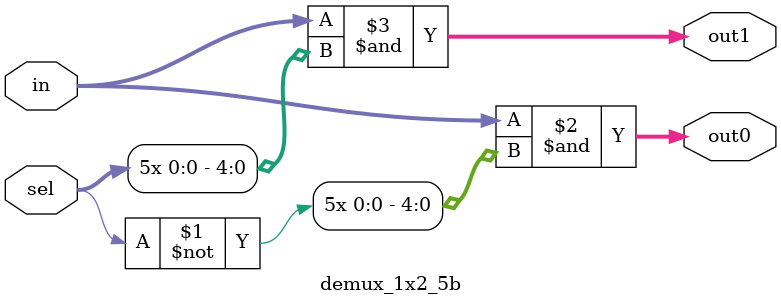
<source format=v>
`timescale 1ns / 1ps

module demux_1x2_5b#(parameter N=5)(
    output [N-1:0] out0,
    output [N-1:0] out1,
    input [N-1:0] in,
    input sel
    );
    
    assign out0 = in & {N{~sel}};
    assign out1 = in & {N{sel}};
endmodule

</source>
